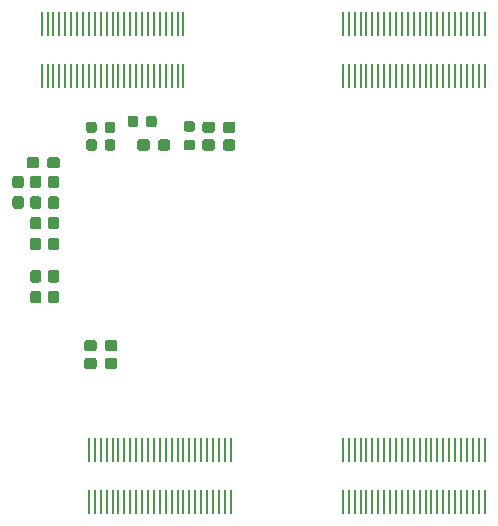
<source format=gbr>
G04 #@! TF.GenerationSoftware,KiCad,Pcbnew,(5.1.2-1)-1*
G04 #@! TF.CreationDate,2020-04-01T22:22:55+05:30*
G04 #@! TF.ProjectId,Alchitry_HDMI_Shield,416c6368-6974-4727-995f-48444d495f53,rev?*
G04 #@! TF.SameCoordinates,Original*
G04 #@! TF.FileFunction,Paste,Bot*
G04 #@! TF.FilePolarity,Positive*
%FSLAX46Y46*%
G04 Gerber Fmt 4.6, Leading zero omitted, Abs format (unit mm)*
G04 Created by KiCad (PCBNEW (5.1.2-1)-1) date 2020-04-01 22:22:55*
%MOMM*%
%LPD*%
G04 APERTURE LIST*
%ADD10R,0.250000X2.000000*%
%ADD11C,0.100000*%
%ADD12C,0.875000*%
%ADD13C,0.950000*%
G04 APERTURE END LIST*
D10*
X48500000Y-54700000D03*
X48000000Y-54700000D03*
X47500000Y-54700000D03*
X47000000Y-54700000D03*
X46500000Y-54700000D03*
X46000000Y-54700000D03*
X45500000Y-54700000D03*
X45000000Y-54700000D03*
X44500000Y-54700000D03*
X44000000Y-54700000D03*
X43500000Y-54700000D03*
X43000000Y-54700000D03*
X36500000Y-54700000D03*
X37000000Y-54700000D03*
X37500000Y-54700000D03*
X38000000Y-54700000D03*
X38500000Y-54700000D03*
X39000000Y-54700000D03*
X39500000Y-54700000D03*
X40000000Y-54700000D03*
X40500000Y-54700000D03*
X41000000Y-54700000D03*
X41500000Y-54700000D03*
X42000000Y-54700000D03*
X42500000Y-54700000D03*
X36500000Y-50300000D03*
X37000000Y-50300000D03*
X37500000Y-50300000D03*
X38000000Y-50300000D03*
X38500000Y-50300000D03*
X39000000Y-50300000D03*
X39500000Y-50300000D03*
X40000000Y-50300000D03*
X40500000Y-50300000D03*
X41000000Y-50300000D03*
X41500000Y-50300000D03*
X42000000Y-50300000D03*
X48500000Y-50300000D03*
X48000000Y-50300000D03*
X47500000Y-50300000D03*
X47000000Y-50300000D03*
X46500000Y-50300000D03*
X46000000Y-50300000D03*
X45500000Y-50300000D03*
X45000000Y-50300000D03*
X44500000Y-50300000D03*
X44000000Y-50300000D03*
X43500000Y-50300000D03*
X43000000Y-50300000D03*
X42500000Y-50300000D03*
X70000000Y-54700000D03*
X69500000Y-54700000D03*
X69000000Y-54700000D03*
X68500000Y-54700000D03*
X68000000Y-54700000D03*
X67500000Y-54700000D03*
X67000000Y-54700000D03*
X66500000Y-54700000D03*
X66000000Y-54700000D03*
X65500000Y-54700000D03*
X65000000Y-54700000D03*
X64500000Y-54700000D03*
X58000000Y-54700000D03*
X58500000Y-54700000D03*
X59000000Y-54700000D03*
X59500000Y-54700000D03*
X60000000Y-54700000D03*
X60500000Y-54700000D03*
X61000000Y-54700000D03*
X61500000Y-54700000D03*
X62000000Y-54700000D03*
X62500000Y-54700000D03*
X63000000Y-54700000D03*
X63500000Y-54700000D03*
X64000000Y-54700000D03*
X58000000Y-50300000D03*
X58500000Y-50300000D03*
X59000000Y-50300000D03*
X59500000Y-50300000D03*
X60000000Y-50300000D03*
X60500000Y-50300000D03*
X61000000Y-50300000D03*
X61500000Y-50300000D03*
X62000000Y-50300000D03*
X62500000Y-50300000D03*
X63000000Y-50300000D03*
X63500000Y-50300000D03*
X70000000Y-50300000D03*
X69500000Y-50300000D03*
X69000000Y-50300000D03*
X68500000Y-50300000D03*
X68000000Y-50300000D03*
X67500000Y-50300000D03*
X67000000Y-50300000D03*
X66500000Y-50300000D03*
X66000000Y-50300000D03*
X65500000Y-50300000D03*
X65000000Y-50300000D03*
X64500000Y-50300000D03*
X64000000Y-50300000D03*
X44500000Y-18700000D03*
X44000000Y-18700000D03*
X43500000Y-18700000D03*
X43000000Y-18700000D03*
X42500000Y-18700000D03*
X42000000Y-18700000D03*
X41500000Y-18700000D03*
X41000000Y-18700000D03*
X40500000Y-18700000D03*
X40000000Y-18700000D03*
X39500000Y-18700000D03*
X39000000Y-18700000D03*
X32500000Y-18700000D03*
X33000000Y-18700000D03*
X33500000Y-18700000D03*
X34000000Y-18700000D03*
X34500000Y-18700000D03*
X35000000Y-18700000D03*
X35500000Y-18700000D03*
X36000000Y-18700000D03*
X36500000Y-18700000D03*
X37000000Y-18700000D03*
X37500000Y-18700000D03*
X38000000Y-18700000D03*
X38500000Y-18700000D03*
X32500000Y-14300000D03*
X33000000Y-14300000D03*
X33500000Y-14300000D03*
X34000000Y-14300000D03*
X34500000Y-14300000D03*
X35000000Y-14300000D03*
X35500000Y-14300000D03*
X36000000Y-14300000D03*
X36500000Y-14300000D03*
X37000000Y-14300000D03*
X37500000Y-14300000D03*
X38000000Y-14300000D03*
X44500000Y-14300000D03*
X44000000Y-14300000D03*
X43500000Y-14300000D03*
X43000000Y-14300000D03*
X42500000Y-14300000D03*
X42000000Y-14300000D03*
X41500000Y-14300000D03*
X41000000Y-14300000D03*
X40500000Y-14300000D03*
X40000000Y-14300000D03*
X39500000Y-14300000D03*
X39000000Y-14300000D03*
X38500000Y-14300000D03*
X70000000Y-18700000D03*
X69500000Y-18700000D03*
X69000000Y-18700000D03*
X68500000Y-18700000D03*
X68000000Y-18700000D03*
X67500000Y-18700000D03*
X67000000Y-18700000D03*
X66500000Y-18700000D03*
X66000000Y-18700000D03*
X65500000Y-18700000D03*
X65000000Y-18700000D03*
X64500000Y-18700000D03*
X58000000Y-18700000D03*
X58500000Y-18700000D03*
X59000000Y-18700000D03*
X59500000Y-18700000D03*
X60000000Y-18700000D03*
X60500000Y-18700000D03*
X61000000Y-18700000D03*
X61500000Y-18700000D03*
X62000000Y-18700000D03*
X62500000Y-18700000D03*
X63000000Y-18700000D03*
X63500000Y-18700000D03*
X64000000Y-18700000D03*
X58000000Y-14300000D03*
X58500000Y-14300000D03*
X59000000Y-14300000D03*
X59500000Y-14300000D03*
X60000000Y-14300000D03*
X60500000Y-14300000D03*
X61000000Y-14300000D03*
X61500000Y-14300000D03*
X62000000Y-14300000D03*
X62500000Y-14300000D03*
X63000000Y-14300000D03*
X63500000Y-14300000D03*
X70000000Y-14300000D03*
X69500000Y-14300000D03*
X69000000Y-14300000D03*
X68500000Y-14300000D03*
X68000000Y-14300000D03*
X67500000Y-14300000D03*
X67000000Y-14300000D03*
X66500000Y-14300000D03*
X66000000Y-14300000D03*
X65500000Y-14300000D03*
X65000000Y-14300000D03*
X64500000Y-14300000D03*
X64000000Y-14300000D03*
D11*
G36*
X42027691Y-22026053D02*
G01*
X42048926Y-22029203D01*
X42069750Y-22034419D01*
X42089962Y-22041651D01*
X42109368Y-22050830D01*
X42127781Y-22061866D01*
X42145024Y-22074654D01*
X42160930Y-22089070D01*
X42175346Y-22104976D01*
X42188134Y-22122219D01*
X42199170Y-22140632D01*
X42208349Y-22160038D01*
X42215581Y-22180250D01*
X42220797Y-22201074D01*
X42223947Y-22222309D01*
X42225000Y-22243750D01*
X42225000Y-22756250D01*
X42223947Y-22777691D01*
X42220797Y-22798926D01*
X42215581Y-22819750D01*
X42208349Y-22839962D01*
X42199170Y-22859368D01*
X42188134Y-22877781D01*
X42175346Y-22895024D01*
X42160930Y-22910930D01*
X42145024Y-22925346D01*
X42127781Y-22938134D01*
X42109368Y-22949170D01*
X42089962Y-22958349D01*
X42069750Y-22965581D01*
X42048926Y-22970797D01*
X42027691Y-22973947D01*
X42006250Y-22975000D01*
X41568750Y-22975000D01*
X41547309Y-22973947D01*
X41526074Y-22970797D01*
X41505250Y-22965581D01*
X41485038Y-22958349D01*
X41465632Y-22949170D01*
X41447219Y-22938134D01*
X41429976Y-22925346D01*
X41414070Y-22910930D01*
X41399654Y-22895024D01*
X41386866Y-22877781D01*
X41375830Y-22859368D01*
X41366651Y-22839962D01*
X41359419Y-22819750D01*
X41354203Y-22798926D01*
X41351053Y-22777691D01*
X41350000Y-22756250D01*
X41350000Y-22243750D01*
X41351053Y-22222309D01*
X41354203Y-22201074D01*
X41359419Y-22180250D01*
X41366651Y-22160038D01*
X41375830Y-22140632D01*
X41386866Y-22122219D01*
X41399654Y-22104976D01*
X41414070Y-22089070D01*
X41429976Y-22074654D01*
X41447219Y-22061866D01*
X41465632Y-22050830D01*
X41485038Y-22041651D01*
X41505250Y-22034419D01*
X41526074Y-22029203D01*
X41547309Y-22026053D01*
X41568750Y-22025000D01*
X42006250Y-22025000D01*
X42027691Y-22026053D01*
X42027691Y-22026053D01*
G37*
D12*
X41787500Y-22500000D03*
D11*
G36*
X40452691Y-22026053D02*
G01*
X40473926Y-22029203D01*
X40494750Y-22034419D01*
X40514962Y-22041651D01*
X40534368Y-22050830D01*
X40552781Y-22061866D01*
X40570024Y-22074654D01*
X40585930Y-22089070D01*
X40600346Y-22104976D01*
X40613134Y-22122219D01*
X40624170Y-22140632D01*
X40633349Y-22160038D01*
X40640581Y-22180250D01*
X40645797Y-22201074D01*
X40648947Y-22222309D01*
X40650000Y-22243750D01*
X40650000Y-22756250D01*
X40648947Y-22777691D01*
X40645797Y-22798926D01*
X40640581Y-22819750D01*
X40633349Y-22839962D01*
X40624170Y-22859368D01*
X40613134Y-22877781D01*
X40600346Y-22895024D01*
X40585930Y-22910930D01*
X40570024Y-22925346D01*
X40552781Y-22938134D01*
X40534368Y-22949170D01*
X40514962Y-22958349D01*
X40494750Y-22965581D01*
X40473926Y-22970797D01*
X40452691Y-22973947D01*
X40431250Y-22975000D01*
X39993750Y-22975000D01*
X39972309Y-22973947D01*
X39951074Y-22970797D01*
X39930250Y-22965581D01*
X39910038Y-22958349D01*
X39890632Y-22949170D01*
X39872219Y-22938134D01*
X39854976Y-22925346D01*
X39839070Y-22910930D01*
X39824654Y-22895024D01*
X39811866Y-22877781D01*
X39800830Y-22859368D01*
X39791651Y-22839962D01*
X39784419Y-22819750D01*
X39779203Y-22798926D01*
X39776053Y-22777691D01*
X39775000Y-22756250D01*
X39775000Y-22243750D01*
X39776053Y-22222309D01*
X39779203Y-22201074D01*
X39784419Y-22180250D01*
X39791651Y-22160038D01*
X39800830Y-22140632D01*
X39811866Y-22122219D01*
X39824654Y-22104976D01*
X39839070Y-22089070D01*
X39854976Y-22074654D01*
X39872219Y-22061866D01*
X39890632Y-22050830D01*
X39910038Y-22041651D01*
X39930250Y-22034419D01*
X39951074Y-22029203D01*
X39972309Y-22026053D01*
X39993750Y-22025000D01*
X40431250Y-22025000D01*
X40452691Y-22026053D01*
X40452691Y-22026053D01*
G37*
D12*
X40212500Y-22500000D03*
D11*
G36*
X45277691Y-22488553D02*
G01*
X45298926Y-22491703D01*
X45319750Y-22496919D01*
X45339962Y-22504151D01*
X45359368Y-22513330D01*
X45377781Y-22524366D01*
X45395024Y-22537154D01*
X45410930Y-22551570D01*
X45425346Y-22567476D01*
X45438134Y-22584719D01*
X45449170Y-22603132D01*
X45458349Y-22622538D01*
X45465581Y-22642750D01*
X45470797Y-22663574D01*
X45473947Y-22684809D01*
X45475000Y-22706250D01*
X45475000Y-23143750D01*
X45473947Y-23165191D01*
X45470797Y-23186426D01*
X45465581Y-23207250D01*
X45458349Y-23227462D01*
X45449170Y-23246868D01*
X45438134Y-23265281D01*
X45425346Y-23282524D01*
X45410930Y-23298430D01*
X45395024Y-23312846D01*
X45377781Y-23325634D01*
X45359368Y-23336670D01*
X45339962Y-23345849D01*
X45319750Y-23353081D01*
X45298926Y-23358297D01*
X45277691Y-23361447D01*
X45256250Y-23362500D01*
X44743750Y-23362500D01*
X44722309Y-23361447D01*
X44701074Y-23358297D01*
X44680250Y-23353081D01*
X44660038Y-23345849D01*
X44640632Y-23336670D01*
X44622219Y-23325634D01*
X44604976Y-23312846D01*
X44589070Y-23298430D01*
X44574654Y-23282524D01*
X44561866Y-23265281D01*
X44550830Y-23246868D01*
X44541651Y-23227462D01*
X44534419Y-23207250D01*
X44529203Y-23186426D01*
X44526053Y-23165191D01*
X44525000Y-23143750D01*
X44525000Y-22706250D01*
X44526053Y-22684809D01*
X44529203Y-22663574D01*
X44534419Y-22642750D01*
X44541651Y-22622538D01*
X44550830Y-22603132D01*
X44561866Y-22584719D01*
X44574654Y-22567476D01*
X44589070Y-22551570D01*
X44604976Y-22537154D01*
X44622219Y-22524366D01*
X44640632Y-22513330D01*
X44660038Y-22504151D01*
X44680250Y-22496919D01*
X44701074Y-22491703D01*
X44722309Y-22488553D01*
X44743750Y-22487500D01*
X45256250Y-22487500D01*
X45277691Y-22488553D01*
X45277691Y-22488553D01*
G37*
D12*
X45000000Y-22925000D03*
D11*
G36*
X45277691Y-24063553D02*
G01*
X45298926Y-24066703D01*
X45319750Y-24071919D01*
X45339962Y-24079151D01*
X45359368Y-24088330D01*
X45377781Y-24099366D01*
X45395024Y-24112154D01*
X45410930Y-24126570D01*
X45425346Y-24142476D01*
X45438134Y-24159719D01*
X45449170Y-24178132D01*
X45458349Y-24197538D01*
X45465581Y-24217750D01*
X45470797Y-24238574D01*
X45473947Y-24259809D01*
X45475000Y-24281250D01*
X45475000Y-24718750D01*
X45473947Y-24740191D01*
X45470797Y-24761426D01*
X45465581Y-24782250D01*
X45458349Y-24802462D01*
X45449170Y-24821868D01*
X45438134Y-24840281D01*
X45425346Y-24857524D01*
X45410930Y-24873430D01*
X45395024Y-24887846D01*
X45377781Y-24900634D01*
X45359368Y-24911670D01*
X45339962Y-24920849D01*
X45319750Y-24928081D01*
X45298926Y-24933297D01*
X45277691Y-24936447D01*
X45256250Y-24937500D01*
X44743750Y-24937500D01*
X44722309Y-24936447D01*
X44701074Y-24933297D01*
X44680250Y-24928081D01*
X44660038Y-24920849D01*
X44640632Y-24911670D01*
X44622219Y-24900634D01*
X44604976Y-24887846D01*
X44589070Y-24873430D01*
X44574654Y-24857524D01*
X44561866Y-24840281D01*
X44550830Y-24821868D01*
X44541651Y-24802462D01*
X44534419Y-24782250D01*
X44529203Y-24761426D01*
X44526053Y-24740191D01*
X44525000Y-24718750D01*
X44525000Y-24281250D01*
X44526053Y-24259809D01*
X44529203Y-24238574D01*
X44534419Y-24217750D01*
X44541651Y-24197538D01*
X44550830Y-24178132D01*
X44561866Y-24159719D01*
X44574654Y-24142476D01*
X44589070Y-24126570D01*
X44604976Y-24112154D01*
X44622219Y-24099366D01*
X44640632Y-24088330D01*
X44660038Y-24079151D01*
X44680250Y-24071919D01*
X44701074Y-24066703D01*
X44722309Y-24063553D01*
X44743750Y-24062500D01*
X45256250Y-24062500D01*
X45277691Y-24063553D01*
X45277691Y-24063553D01*
G37*
D12*
X45000000Y-24500000D03*
D11*
G36*
X36952691Y-24026053D02*
G01*
X36973926Y-24029203D01*
X36994750Y-24034419D01*
X37014962Y-24041651D01*
X37034368Y-24050830D01*
X37052781Y-24061866D01*
X37070024Y-24074654D01*
X37085930Y-24089070D01*
X37100346Y-24104976D01*
X37113134Y-24122219D01*
X37124170Y-24140632D01*
X37133349Y-24160038D01*
X37140581Y-24180250D01*
X37145797Y-24201074D01*
X37148947Y-24222309D01*
X37150000Y-24243750D01*
X37150000Y-24756250D01*
X37148947Y-24777691D01*
X37145797Y-24798926D01*
X37140581Y-24819750D01*
X37133349Y-24839962D01*
X37124170Y-24859368D01*
X37113134Y-24877781D01*
X37100346Y-24895024D01*
X37085930Y-24910930D01*
X37070024Y-24925346D01*
X37052781Y-24938134D01*
X37034368Y-24949170D01*
X37014962Y-24958349D01*
X36994750Y-24965581D01*
X36973926Y-24970797D01*
X36952691Y-24973947D01*
X36931250Y-24975000D01*
X36493750Y-24975000D01*
X36472309Y-24973947D01*
X36451074Y-24970797D01*
X36430250Y-24965581D01*
X36410038Y-24958349D01*
X36390632Y-24949170D01*
X36372219Y-24938134D01*
X36354976Y-24925346D01*
X36339070Y-24910930D01*
X36324654Y-24895024D01*
X36311866Y-24877781D01*
X36300830Y-24859368D01*
X36291651Y-24839962D01*
X36284419Y-24819750D01*
X36279203Y-24798926D01*
X36276053Y-24777691D01*
X36275000Y-24756250D01*
X36275000Y-24243750D01*
X36276053Y-24222309D01*
X36279203Y-24201074D01*
X36284419Y-24180250D01*
X36291651Y-24160038D01*
X36300830Y-24140632D01*
X36311866Y-24122219D01*
X36324654Y-24104976D01*
X36339070Y-24089070D01*
X36354976Y-24074654D01*
X36372219Y-24061866D01*
X36390632Y-24050830D01*
X36410038Y-24041651D01*
X36430250Y-24034419D01*
X36451074Y-24029203D01*
X36472309Y-24026053D01*
X36493750Y-24025000D01*
X36931250Y-24025000D01*
X36952691Y-24026053D01*
X36952691Y-24026053D01*
G37*
D12*
X36712500Y-24500000D03*
D11*
G36*
X38527691Y-24026053D02*
G01*
X38548926Y-24029203D01*
X38569750Y-24034419D01*
X38589962Y-24041651D01*
X38609368Y-24050830D01*
X38627781Y-24061866D01*
X38645024Y-24074654D01*
X38660930Y-24089070D01*
X38675346Y-24104976D01*
X38688134Y-24122219D01*
X38699170Y-24140632D01*
X38708349Y-24160038D01*
X38715581Y-24180250D01*
X38720797Y-24201074D01*
X38723947Y-24222309D01*
X38725000Y-24243750D01*
X38725000Y-24756250D01*
X38723947Y-24777691D01*
X38720797Y-24798926D01*
X38715581Y-24819750D01*
X38708349Y-24839962D01*
X38699170Y-24859368D01*
X38688134Y-24877781D01*
X38675346Y-24895024D01*
X38660930Y-24910930D01*
X38645024Y-24925346D01*
X38627781Y-24938134D01*
X38609368Y-24949170D01*
X38589962Y-24958349D01*
X38569750Y-24965581D01*
X38548926Y-24970797D01*
X38527691Y-24973947D01*
X38506250Y-24975000D01*
X38068750Y-24975000D01*
X38047309Y-24973947D01*
X38026074Y-24970797D01*
X38005250Y-24965581D01*
X37985038Y-24958349D01*
X37965632Y-24949170D01*
X37947219Y-24938134D01*
X37929976Y-24925346D01*
X37914070Y-24910930D01*
X37899654Y-24895024D01*
X37886866Y-24877781D01*
X37875830Y-24859368D01*
X37866651Y-24839962D01*
X37859419Y-24819750D01*
X37854203Y-24798926D01*
X37851053Y-24777691D01*
X37850000Y-24756250D01*
X37850000Y-24243750D01*
X37851053Y-24222309D01*
X37854203Y-24201074D01*
X37859419Y-24180250D01*
X37866651Y-24160038D01*
X37875830Y-24140632D01*
X37886866Y-24122219D01*
X37899654Y-24104976D01*
X37914070Y-24089070D01*
X37929976Y-24074654D01*
X37947219Y-24061866D01*
X37965632Y-24050830D01*
X37985038Y-24041651D01*
X38005250Y-24034419D01*
X38026074Y-24029203D01*
X38047309Y-24026053D01*
X38068750Y-24025000D01*
X38506250Y-24025000D01*
X38527691Y-24026053D01*
X38527691Y-24026053D01*
G37*
D12*
X38287500Y-24500000D03*
D11*
G36*
X36952691Y-22526053D02*
G01*
X36973926Y-22529203D01*
X36994750Y-22534419D01*
X37014962Y-22541651D01*
X37034368Y-22550830D01*
X37052781Y-22561866D01*
X37070024Y-22574654D01*
X37085930Y-22589070D01*
X37100346Y-22604976D01*
X37113134Y-22622219D01*
X37124170Y-22640632D01*
X37133349Y-22660038D01*
X37140581Y-22680250D01*
X37145797Y-22701074D01*
X37148947Y-22722309D01*
X37150000Y-22743750D01*
X37150000Y-23256250D01*
X37148947Y-23277691D01*
X37145797Y-23298926D01*
X37140581Y-23319750D01*
X37133349Y-23339962D01*
X37124170Y-23359368D01*
X37113134Y-23377781D01*
X37100346Y-23395024D01*
X37085930Y-23410930D01*
X37070024Y-23425346D01*
X37052781Y-23438134D01*
X37034368Y-23449170D01*
X37014962Y-23458349D01*
X36994750Y-23465581D01*
X36973926Y-23470797D01*
X36952691Y-23473947D01*
X36931250Y-23475000D01*
X36493750Y-23475000D01*
X36472309Y-23473947D01*
X36451074Y-23470797D01*
X36430250Y-23465581D01*
X36410038Y-23458349D01*
X36390632Y-23449170D01*
X36372219Y-23438134D01*
X36354976Y-23425346D01*
X36339070Y-23410930D01*
X36324654Y-23395024D01*
X36311866Y-23377781D01*
X36300830Y-23359368D01*
X36291651Y-23339962D01*
X36284419Y-23319750D01*
X36279203Y-23298926D01*
X36276053Y-23277691D01*
X36275000Y-23256250D01*
X36275000Y-22743750D01*
X36276053Y-22722309D01*
X36279203Y-22701074D01*
X36284419Y-22680250D01*
X36291651Y-22660038D01*
X36300830Y-22640632D01*
X36311866Y-22622219D01*
X36324654Y-22604976D01*
X36339070Y-22589070D01*
X36354976Y-22574654D01*
X36372219Y-22561866D01*
X36390632Y-22550830D01*
X36410038Y-22541651D01*
X36430250Y-22534419D01*
X36451074Y-22529203D01*
X36472309Y-22526053D01*
X36493750Y-22525000D01*
X36931250Y-22525000D01*
X36952691Y-22526053D01*
X36952691Y-22526053D01*
G37*
D12*
X36712500Y-23000000D03*
D11*
G36*
X38527691Y-22526053D02*
G01*
X38548926Y-22529203D01*
X38569750Y-22534419D01*
X38589962Y-22541651D01*
X38609368Y-22550830D01*
X38627781Y-22561866D01*
X38645024Y-22574654D01*
X38660930Y-22589070D01*
X38675346Y-22604976D01*
X38688134Y-22622219D01*
X38699170Y-22640632D01*
X38708349Y-22660038D01*
X38715581Y-22680250D01*
X38720797Y-22701074D01*
X38723947Y-22722309D01*
X38725000Y-22743750D01*
X38725000Y-23256250D01*
X38723947Y-23277691D01*
X38720797Y-23298926D01*
X38715581Y-23319750D01*
X38708349Y-23339962D01*
X38699170Y-23359368D01*
X38688134Y-23377781D01*
X38675346Y-23395024D01*
X38660930Y-23410930D01*
X38645024Y-23425346D01*
X38627781Y-23438134D01*
X38609368Y-23449170D01*
X38589962Y-23458349D01*
X38569750Y-23465581D01*
X38548926Y-23470797D01*
X38527691Y-23473947D01*
X38506250Y-23475000D01*
X38068750Y-23475000D01*
X38047309Y-23473947D01*
X38026074Y-23470797D01*
X38005250Y-23465581D01*
X37985038Y-23458349D01*
X37965632Y-23449170D01*
X37947219Y-23438134D01*
X37929976Y-23425346D01*
X37914070Y-23410930D01*
X37899654Y-23395024D01*
X37886866Y-23377781D01*
X37875830Y-23359368D01*
X37866651Y-23339962D01*
X37859419Y-23319750D01*
X37854203Y-23298926D01*
X37851053Y-23277691D01*
X37850000Y-23256250D01*
X37850000Y-22743750D01*
X37851053Y-22722309D01*
X37854203Y-22701074D01*
X37859419Y-22680250D01*
X37866651Y-22660038D01*
X37875830Y-22640632D01*
X37886866Y-22622219D01*
X37899654Y-22604976D01*
X37914070Y-22589070D01*
X37929976Y-22574654D01*
X37947219Y-22561866D01*
X37965632Y-22550830D01*
X37985038Y-22541651D01*
X38005250Y-22534419D01*
X38026074Y-22529203D01*
X38047309Y-22526053D01*
X38068750Y-22525000D01*
X38506250Y-22525000D01*
X38527691Y-22526053D01*
X38527691Y-22526053D01*
G37*
D12*
X38287500Y-23000000D03*
D11*
G36*
X33810779Y-25526144D02*
G01*
X33833834Y-25529563D01*
X33856443Y-25535227D01*
X33878387Y-25543079D01*
X33899457Y-25553044D01*
X33919448Y-25565026D01*
X33938168Y-25578910D01*
X33955438Y-25594562D01*
X33971090Y-25611832D01*
X33984974Y-25630552D01*
X33996956Y-25650543D01*
X34006921Y-25671613D01*
X34014773Y-25693557D01*
X34020437Y-25716166D01*
X34023856Y-25739221D01*
X34025000Y-25762500D01*
X34025000Y-26237500D01*
X34023856Y-26260779D01*
X34020437Y-26283834D01*
X34014773Y-26306443D01*
X34006921Y-26328387D01*
X33996956Y-26349457D01*
X33984974Y-26369448D01*
X33971090Y-26388168D01*
X33955438Y-26405438D01*
X33938168Y-26421090D01*
X33919448Y-26434974D01*
X33899457Y-26446956D01*
X33878387Y-26456921D01*
X33856443Y-26464773D01*
X33833834Y-26470437D01*
X33810779Y-26473856D01*
X33787500Y-26475000D01*
X33212500Y-26475000D01*
X33189221Y-26473856D01*
X33166166Y-26470437D01*
X33143557Y-26464773D01*
X33121613Y-26456921D01*
X33100543Y-26446956D01*
X33080552Y-26434974D01*
X33061832Y-26421090D01*
X33044562Y-26405438D01*
X33028910Y-26388168D01*
X33015026Y-26369448D01*
X33003044Y-26349457D01*
X32993079Y-26328387D01*
X32985227Y-26306443D01*
X32979563Y-26283834D01*
X32976144Y-26260779D01*
X32975000Y-26237500D01*
X32975000Y-25762500D01*
X32976144Y-25739221D01*
X32979563Y-25716166D01*
X32985227Y-25693557D01*
X32993079Y-25671613D01*
X33003044Y-25650543D01*
X33015026Y-25630552D01*
X33028910Y-25611832D01*
X33044562Y-25594562D01*
X33061832Y-25578910D01*
X33080552Y-25565026D01*
X33100543Y-25553044D01*
X33121613Y-25543079D01*
X33143557Y-25535227D01*
X33166166Y-25529563D01*
X33189221Y-25526144D01*
X33212500Y-25525000D01*
X33787500Y-25525000D01*
X33810779Y-25526144D01*
X33810779Y-25526144D01*
G37*
D13*
X33500000Y-26000000D03*
D11*
G36*
X32060779Y-25526144D02*
G01*
X32083834Y-25529563D01*
X32106443Y-25535227D01*
X32128387Y-25543079D01*
X32149457Y-25553044D01*
X32169448Y-25565026D01*
X32188168Y-25578910D01*
X32205438Y-25594562D01*
X32221090Y-25611832D01*
X32234974Y-25630552D01*
X32246956Y-25650543D01*
X32256921Y-25671613D01*
X32264773Y-25693557D01*
X32270437Y-25716166D01*
X32273856Y-25739221D01*
X32275000Y-25762500D01*
X32275000Y-26237500D01*
X32273856Y-26260779D01*
X32270437Y-26283834D01*
X32264773Y-26306443D01*
X32256921Y-26328387D01*
X32246956Y-26349457D01*
X32234974Y-26369448D01*
X32221090Y-26388168D01*
X32205438Y-26405438D01*
X32188168Y-26421090D01*
X32169448Y-26434974D01*
X32149457Y-26446956D01*
X32128387Y-26456921D01*
X32106443Y-26464773D01*
X32083834Y-26470437D01*
X32060779Y-26473856D01*
X32037500Y-26475000D01*
X31462500Y-26475000D01*
X31439221Y-26473856D01*
X31416166Y-26470437D01*
X31393557Y-26464773D01*
X31371613Y-26456921D01*
X31350543Y-26446956D01*
X31330552Y-26434974D01*
X31311832Y-26421090D01*
X31294562Y-26405438D01*
X31278910Y-26388168D01*
X31265026Y-26369448D01*
X31253044Y-26349457D01*
X31243079Y-26328387D01*
X31235227Y-26306443D01*
X31229563Y-26283834D01*
X31226144Y-26260779D01*
X31225000Y-26237500D01*
X31225000Y-25762500D01*
X31226144Y-25739221D01*
X31229563Y-25716166D01*
X31235227Y-25693557D01*
X31243079Y-25671613D01*
X31253044Y-25650543D01*
X31265026Y-25630552D01*
X31278910Y-25611832D01*
X31294562Y-25594562D01*
X31311832Y-25578910D01*
X31330552Y-25565026D01*
X31350543Y-25553044D01*
X31371613Y-25543079D01*
X31393557Y-25535227D01*
X31416166Y-25529563D01*
X31439221Y-25526144D01*
X31462500Y-25525000D01*
X32037500Y-25525000D01*
X32060779Y-25526144D01*
X32060779Y-25526144D01*
G37*
D13*
X31750000Y-26000000D03*
D11*
G36*
X30760779Y-28851144D02*
G01*
X30783834Y-28854563D01*
X30806443Y-28860227D01*
X30828387Y-28868079D01*
X30849457Y-28878044D01*
X30869448Y-28890026D01*
X30888168Y-28903910D01*
X30905438Y-28919562D01*
X30921090Y-28936832D01*
X30934974Y-28955552D01*
X30946956Y-28975543D01*
X30956921Y-28996613D01*
X30964773Y-29018557D01*
X30970437Y-29041166D01*
X30973856Y-29064221D01*
X30975000Y-29087500D01*
X30975000Y-29662500D01*
X30973856Y-29685779D01*
X30970437Y-29708834D01*
X30964773Y-29731443D01*
X30956921Y-29753387D01*
X30946956Y-29774457D01*
X30934974Y-29794448D01*
X30921090Y-29813168D01*
X30905438Y-29830438D01*
X30888168Y-29846090D01*
X30869448Y-29859974D01*
X30849457Y-29871956D01*
X30828387Y-29881921D01*
X30806443Y-29889773D01*
X30783834Y-29895437D01*
X30760779Y-29898856D01*
X30737500Y-29900000D01*
X30262500Y-29900000D01*
X30239221Y-29898856D01*
X30216166Y-29895437D01*
X30193557Y-29889773D01*
X30171613Y-29881921D01*
X30150543Y-29871956D01*
X30130552Y-29859974D01*
X30111832Y-29846090D01*
X30094562Y-29830438D01*
X30078910Y-29813168D01*
X30065026Y-29794448D01*
X30053044Y-29774457D01*
X30043079Y-29753387D01*
X30035227Y-29731443D01*
X30029563Y-29708834D01*
X30026144Y-29685779D01*
X30025000Y-29662500D01*
X30025000Y-29087500D01*
X30026144Y-29064221D01*
X30029563Y-29041166D01*
X30035227Y-29018557D01*
X30043079Y-28996613D01*
X30053044Y-28975543D01*
X30065026Y-28955552D01*
X30078910Y-28936832D01*
X30094562Y-28919562D01*
X30111832Y-28903910D01*
X30130552Y-28890026D01*
X30150543Y-28878044D01*
X30171613Y-28868079D01*
X30193557Y-28860227D01*
X30216166Y-28854563D01*
X30239221Y-28851144D01*
X30262500Y-28850000D01*
X30737500Y-28850000D01*
X30760779Y-28851144D01*
X30760779Y-28851144D01*
G37*
D13*
X30500000Y-29375000D03*
D11*
G36*
X30760779Y-27101144D02*
G01*
X30783834Y-27104563D01*
X30806443Y-27110227D01*
X30828387Y-27118079D01*
X30849457Y-27128044D01*
X30869448Y-27140026D01*
X30888168Y-27153910D01*
X30905438Y-27169562D01*
X30921090Y-27186832D01*
X30934974Y-27205552D01*
X30946956Y-27225543D01*
X30956921Y-27246613D01*
X30964773Y-27268557D01*
X30970437Y-27291166D01*
X30973856Y-27314221D01*
X30975000Y-27337500D01*
X30975000Y-27912500D01*
X30973856Y-27935779D01*
X30970437Y-27958834D01*
X30964773Y-27981443D01*
X30956921Y-28003387D01*
X30946956Y-28024457D01*
X30934974Y-28044448D01*
X30921090Y-28063168D01*
X30905438Y-28080438D01*
X30888168Y-28096090D01*
X30869448Y-28109974D01*
X30849457Y-28121956D01*
X30828387Y-28131921D01*
X30806443Y-28139773D01*
X30783834Y-28145437D01*
X30760779Y-28148856D01*
X30737500Y-28150000D01*
X30262500Y-28150000D01*
X30239221Y-28148856D01*
X30216166Y-28145437D01*
X30193557Y-28139773D01*
X30171613Y-28131921D01*
X30150543Y-28121956D01*
X30130552Y-28109974D01*
X30111832Y-28096090D01*
X30094562Y-28080438D01*
X30078910Y-28063168D01*
X30065026Y-28044448D01*
X30053044Y-28024457D01*
X30043079Y-28003387D01*
X30035227Y-27981443D01*
X30029563Y-27958834D01*
X30026144Y-27935779D01*
X30025000Y-27912500D01*
X30025000Y-27337500D01*
X30026144Y-27314221D01*
X30029563Y-27291166D01*
X30035227Y-27268557D01*
X30043079Y-27246613D01*
X30053044Y-27225543D01*
X30065026Y-27205552D01*
X30078910Y-27186832D01*
X30094562Y-27169562D01*
X30111832Y-27153910D01*
X30130552Y-27140026D01*
X30150543Y-27128044D01*
X30171613Y-27118079D01*
X30193557Y-27110227D01*
X30216166Y-27104563D01*
X30239221Y-27101144D01*
X30262500Y-27100000D01*
X30737500Y-27100000D01*
X30760779Y-27101144D01*
X30760779Y-27101144D01*
G37*
D13*
X30500000Y-27625000D03*
D11*
G36*
X32260779Y-35101144D02*
G01*
X32283834Y-35104563D01*
X32306443Y-35110227D01*
X32328387Y-35118079D01*
X32349457Y-35128044D01*
X32369448Y-35140026D01*
X32388168Y-35153910D01*
X32405438Y-35169562D01*
X32421090Y-35186832D01*
X32434974Y-35205552D01*
X32446956Y-35225543D01*
X32456921Y-35246613D01*
X32464773Y-35268557D01*
X32470437Y-35291166D01*
X32473856Y-35314221D01*
X32475000Y-35337500D01*
X32475000Y-35912500D01*
X32473856Y-35935779D01*
X32470437Y-35958834D01*
X32464773Y-35981443D01*
X32456921Y-36003387D01*
X32446956Y-36024457D01*
X32434974Y-36044448D01*
X32421090Y-36063168D01*
X32405438Y-36080438D01*
X32388168Y-36096090D01*
X32369448Y-36109974D01*
X32349457Y-36121956D01*
X32328387Y-36131921D01*
X32306443Y-36139773D01*
X32283834Y-36145437D01*
X32260779Y-36148856D01*
X32237500Y-36150000D01*
X31762500Y-36150000D01*
X31739221Y-36148856D01*
X31716166Y-36145437D01*
X31693557Y-36139773D01*
X31671613Y-36131921D01*
X31650543Y-36121956D01*
X31630552Y-36109974D01*
X31611832Y-36096090D01*
X31594562Y-36080438D01*
X31578910Y-36063168D01*
X31565026Y-36044448D01*
X31553044Y-36024457D01*
X31543079Y-36003387D01*
X31535227Y-35981443D01*
X31529563Y-35958834D01*
X31526144Y-35935779D01*
X31525000Y-35912500D01*
X31525000Y-35337500D01*
X31526144Y-35314221D01*
X31529563Y-35291166D01*
X31535227Y-35268557D01*
X31543079Y-35246613D01*
X31553044Y-35225543D01*
X31565026Y-35205552D01*
X31578910Y-35186832D01*
X31594562Y-35169562D01*
X31611832Y-35153910D01*
X31630552Y-35140026D01*
X31650543Y-35128044D01*
X31671613Y-35118079D01*
X31693557Y-35110227D01*
X31716166Y-35104563D01*
X31739221Y-35101144D01*
X31762500Y-35100000D01*
X32237500Y-35100000D01*
X32260779Y-35101144D01*
X32260779Y-35101144D01*
G37*
D13*
X32000000Y-35625000D03*
D11*
G36*
X32260779Y-36851144D02*
G01*
X32283834Y-36854563D01*
X32306443Y-36860227D01*
X32328387Y-36868079D01*
X32349457Y-36878044D01*
X32369448Y-36890026D01*
X32388168Y-36903910D01*
X32405438Y-36919562D01*
X32421090Y-36936832D01*
X32434974Y-36955552D01*
X32446956Y-36975543D01*
X32456921Y-36996613D01*
X32464773Y-37018557D01*
X32470437Y-37041166D01*
X32473856Y-37064221D01*
X32475000Y-37087500D01*
X32475000Y-37662500D01*
X32473856Y-37685779D01*
X32470437Y-37708834D01*
X32464773Y-37731443D01*
X32456921Y-37753387D01*
X32446956Y-37774457D01*
X32434974Y-37794448D01*
X32421090Y-37813168D01*
X32405438Y-37830438D01*
X32388168Y-37846090D01*
X32369448Y-37859974D01*
X32349457Y-37871956D01*
X32328387Y-37881921D01*
X32306443Y-37889773D01*
X32283834Y-37895437D01*
X32260779Y-37898856D01*
X32237500Y-37900000D01*
X31762500Y-37900000D01*
X31739221Y-37898856D01*
X31716166Y-37895437D01*
X31693557Y-37889773D01*
X31671613Y-37881921D01*
X31650543Y-37871956D01*
X31630552Y-37859974D01*
X31611832Y-37846090D01*
X31594562Y-37830438D01*
X31578910Y-37813168D01*
X31565026Y-37794448D01*
X31553044Y-37774457D01*
X31543079Y-37753387D01*
X31535227Y-37731443D01*
X31529563Y-37708834D01*
X31526144Y-37685779D01*
X31525000Y-37662500D01*
X31525000Y-37087500D01*
X31526144Y-37064221D01*
X31529563Y-37041166D01*
X31535227Y-37018557D01*
X31543079Y-36996613D01*
X31553044Y-36975543D01*
X31565026Y-36955552D01*
X31578910Y-36936832D01*
X31594562Y-36919562D01*
X31611832Y-36903910D01*
X31630552Y-36890026D01*
X31650543Y-36878044D01*
X31671613Y-36868079D01*
X31693557Y-36860227D01*
X31716166Y-36854563D01*
X31739221Y-36851144D01*
X31762500Y-36850000D01*
X32237500Y-36850000D01*
X32260779Y-36851144D01*
X32260779Y-36851144D01*
G37*
D13*
X32000000Y-37375000D03*
D11*
G36*
X38685779Y-42526144D02*
G01*
X38708834Y-42529563D01*
X38731443Y-42535227D01*
X38753387Y-42543079D01*
X38774457Y-42553044D01*
X38794448Y-42565026D01*
X38813168Y-42578910D01*
X38830438Y-42594562D01*
X38846090Y-42611832D01*
X38859974Y-42630552D01*
X38871956Y-42650543D01*
X38881921Y-42671613D01*
X38889773Y-42693557D01*
X38895437Y-42716166D01*
X38898856Y-42739221D01*
X38900000Y-42762500D01*
X38900000Y-43237500D01*
X38898856Y-43260779D01*
X38895437Y-43283834D01*
X38889773Y-43306443D01*
X38881921Y-43328387D01*
X38871956Y-43349457D01*
X38859974Y-43369448D01*
X38846090Y-43388168D01*
X38830438Y-43405438D01*
X38813168Y-43421090D01*
X38794448Y-43434974D01*
X38774457Y-43446956D01*
X38753387Y-43456921D01*
X38731443Y-43464773D01*
X38708834Y-43470437D01*
X38685779Y-43473856D01*
X38662500Y-43475000D01*
X38087500Y-43475000D01*
X38064221Y-43473856D01*
X38041166Y-43470437D01*
X38018557Y-43464773D01*
X37996613Y-43456921D01*
X37975543Y-43446956D01*
X37955552Y-43434974D01*
X37936832Y-43421090D01*
X37919562Y-43405438D01*
X37903910Y-43388168D01*
X37890026Y-43369448D01*
X37878044Y-43349457D01*
X37868079Y-43328387D01*
X37860227Y-43306443D01*
X37854563Y-43283834D01*
X37851144Y-43260779D01*
X37850000Y-43237500D01*
X37850000Y-42762500D01*
X37851144Y-42739221D01*
X37854563Y-42716166D01*
X37860227Y-42693557D01*
X37868079Y-42671613D01*
X37878044Y-42650543D01*
X37890026Y-42630552D01*
X37903910Y-42611832D01*
X37919562Y-42594562D01*
X37936832Y-42578910D01*
X37955552Y-42565026D01*
X37975543Y-42553044D01*
X37996613Y-42543079D01*
X38018557Y-42535227D01*
X38041166Y-42529563D01*
X38064221Y-42526144D01*
X38087500Y-42525000D01*
X38662500Y-42525000D01*
X38685779Y-42526144D01*
X38685779Y-42526144D01*
G37*
D13*
X38375000Y-43000000D03*
D11*
G36*
X36935779Y-42526144D02*
G01*
X36958834Y-42529563D01*
X36981443Y-42535227D01*
X37003387Y-42543079D01*
X37024457Y-42553044D01*
X37044448Y-42565026D01*
X37063168Y-42578910D01*
X37080438Y-42594562D01*
X37096090Y-42611832D01*
X37109974Y-42630552D01*
X37121956Y-42650543D01*
X37131921Y-42671613D01*
X37139773Y-42693557D01*
X37145437Y-42716166D01*
X37148856Y-42739221D01*
X37150000Y-42762500D01*
X37150000Y-43237500D01*
X37148856Y-43260779D01*
X37145437Y-43283834D01*
X37139773Y-43306443D01*
X37131921Y-43328387D01*
X37121956Y-43349457D01*
X37109974Y-43369448D01*
X37096090Y-43388168D01*
X37080438Y-43405438D01*
X37063168Y-43421090D01*
X37044448Y-43434974D01*
X37024457Y-43446956D01*
X37003387Y-43456921D01*
X36981443Y-43464773D01*
X36958834Y-43470437D01*
X36935779Y-43473856D01*
X36912500Y-43475000D01*
X36337500Y-43475000D01*
X36314221Y-43473856D01*
X36291166Y-43470437D01*
X36268557Y-43464773D01*
X36246613Y-43456921D01*
X36225543Y-43446956D01*
X36205552Y-43434974D01*
X36186832Y-43421090D01*
X36169562Y-43405438D01*
X36153910Y-43388168D01*
X36140026Y-43369448D01*
X36128044Y-43349457D01*
X36118079Y-43328387D01*
X36110227Y-43306443D01*
X36104563Y-43283834D01*
X36101144Y-43260779D01*
X36100000Y-43237500D01*
X36100000Y-42762500D01*
X36101144Y-42739221D01*
X36104563Y-42716166D01*
X36110227Y-42693557D01*
X36118079Y-42671613D01*
X36128044Y-42650543D01*
X36140026Y-42630552D01*
X36153910Y-42611832D01*
X36169562Y-42594562D01*
X36186832Y-42578910D01*
X36205552Y-42565026D01*
X36225543Y-42553044D01*
X36246613Y-42543079D01*
X36268557Y-42535227D01*
X36291166Y-42529563D01*
X36314221Y-42526144D01*
X36337500Y-42525000D01*
X36912500Y-42525000D01*
X36935779Y-42526144D01*
X36935779Y-42526144D01*
G37*
D13*
X36625000Y-43000000D03*
D11*
G36*
X32260779Y-27101144D02*
G01*
X32283834Y-27104563D01*
X32306443Y-27110227D01*
X32328387Y-27118079D01*
X32349457Y-27128044D01*
X32369448Y-27140026D01*
X32388168Y-27153910D01*
X32405438Y-27169562D01*
X32421090Y-27186832D01*
X32434974Y-27205552D01*
X32446956Y-27225543D01*
X32456921Y-27246613D01*
X32464773Y-27268557D01*
X32470437Y-27291166D01*
X32473856Y-27314221D01*
X32475000Y-27337500D01*
X32475000Y-27912500D01*
X32473856Y-27935779D01*
X32470437Y-27958834D01*
X32464773Y-27981443D01*
X32456921Y-28003387D01*
X32446956Y-28024457D01*
X32434974Y-28044448D01*
X32421090Y-28063168D01*
X32405438Y-28080438D01*
X32388168Y-28096090D01*
X32369448Y-28109974D01*
X32349457Y-28121956D01*
X32328387Y-28131921D01*
X32306443Y-28139773D01*
X32283834Y-28145437D01*
X32260779Y-28148856D01*
X32237500Y-28150000D01*
X31762500Y-28150000D01*
X31739221Y-28148856D01*
X31716166Y-28145437D01*
X31693557Y-28139773D01*
X31671613Y-28131921D01*
X31650543Y-28121956D01*
X31630552Y-28109974D01*
X31611832Y-28096090D01*
X31594562Y-28080438D01*
X31578910Y-28063168D01*
X31565026Y-28044448D01*
X31553044Y-28024457D01*
X31543079Y-28003387D01*
X31535227Y-27981443D01*
X31529563Y-27958834D01*
X31526144Y-27935779D01*
X31525000Y-27912500D01*
X31525000Y-27337500D01*
X31526144Y-27314221D01*
X31529563Y-27291166D01*
X31535227Y-27268557D01*
X31543079Y-27246613D01*
X31553044Y-27225543D01*
X31565026Y-27205552D01*
X31578910Y-27186832D01*
X31594562Y-27169562D01*
X31611832Y-27153910D01*
X31630552Y-27140026D01*
X31650543Y-27128044D01*
X31671613Y-27118079D01*
X31693557Y-27110227D01*
X31716166Y-27104563D01*
X31739221Y-27101144D01*
X31762500Y-27100000D01*
X32237500Y-27100000D01*
X32260779Y-27101144D01*
X32260779Y-27101144D01*
G37*
D13*
X32000000Y-27625000D03*
D11*
G36*
X32260779Y-28851144D02*
G01*
X32283834Y-28854563D01*
X32306443Y-28860227D01*
X32328387Y-28868079D01*
X32349457Y-28878044D01*
X32369448Y-28890026D01*
X32388168Y-28903910D01*
X32405438Y-28919562D01*
X32421090Y-28936832D01*
X32434974Y-28955552D01*
X32446956Y-28975543D01*
X32456921Y-28996613D01*
X32464773Y-29018557D01*
X32470437Y-29041166D01*
X32473856Y-29064221D01*
X32475000Y-29087500D01*
X32475000Y-29662500D01*
X32473856Y-29685779D01*
X32470437Y-29708834D01*
X32464773Y-29731443D01*
X32456921Y-29753387D01*
X32446956Y-29774457D01*
X32434974Y-29794448D01*
X32421090Y-29813168D01*
X32405438Y-29830438D01*
X32388168Y-29846090D01*
X32369448Y-29859974D01*
X32349457Y-29871956D01*
X32328387Y-29881921D01*
X32306443Y-29889773D01*
X32283834Y-29895437D01*
X32260779Y-29898856D01*
X32237500Y-29900000D01*
X31762500Y-29900000D01*
X31739221Y-29898856D01*
X31716166Y-29895437D01*
X31693557Y-29889773D01*
X31671613Y-29881921D01*
X31650543Y-29871956D01*
X31630552Y-29859974D01*
X31611832Y-29846090D01*
X31594562Y-29830438D01*
X31578910Y-29813168D01*
X31565026Y-29794448D01*
X31553044Y-29774457D01*
X31543079Y-29753387D01*
X31535227Y-29731443D01*
X31529563Y-29708834D01*
X31526144Y-29685779D01*
X31525000Y-29662500D01*
X31525000Y-29087500D01*
X31526144Y-29064221D01*
X31529563Y-29041166D01*
X31535227Y-29018557D01*
X31543079Y-28996613D01*
X31553044Y-28975543D01*
X31565026Y-28955552D01*
X31578910Y-28936832D01*
X31594562Y-28919562D01*
X31611832Y-28903910D01*
X31630552Y-28890026D01*
X31650543Y-28878044D01*
X31671613Y-28868079D01*
X31693557Y-28860227D01*
X31716166Y-28854563D01*
X31739221Y-28851144D01*
X31762500Y-28850000D01*
X32237500Y-28850000D01*
X32260779Y-28851144D01*
X32260779Y-28851144D01*
G37*
D13*
X32000000Y-29375000D03*
D11*
G36*
X33760779Y-27101144D02*
G01*
X33783834Y-27104563D01*
X33806443Y-27110227D01*
X33828387Y-27118079D01*
X33849457Y-27128044D01*
X33869448Y-27140026D01*
X33888168Y-27153910D01*
X33905438Y-27169562D01*
X33921090Y-27186832D01*
X33934974Y-27205552D01*
X33946956Y-27225543D01*
X33956921Y-27246613D01*
X33964773Y-27268557D01*
X33970437Y-27291166D01*
X33973856Y-27314221D01*
X33975000Y-27337500D01*
X33975000Y-27912500D01*
X33973856Y-27935779D01*
X33970437Y-27958834D01*
X33964773Y-27981443D01*
X33956921Y-28003387D01*
X33946956Y-28024457D01*
X33934974Y-28044448D01*
X33921090Y-28063168D01*
X33905438Y-28080438D01*
X33888168Y-28096090D01*
X33869448Y-28109974D01*
X33849457Y-28121956D01*
X33828387Y-28131921D01*
X33806443Y-28139773D01*
X33783834Y-28145437D01*
X33760779Y-28148856D01*
X33737500Y-28150000D01*
X33262500Y-28150000D01*
X33239221Y-28148856D01*
X33216166Y-28145437D01*
X33193557Y-28139773D01*
X33171613Y-28131921D01*
X33150543Y-28121956D01*
X33130552Y-28109974D01*
X33111832Y-28096090D01*
X33094562Y-28080438D01*
X33078910Y-28063168D01*
X33065026Y-28044448D01*
X33053044Y-28024457D01*
X33043079Y-28003387D01*
X33035227Y-27981443D01*
X33029563Y-27958834D01*
X33026144Y-27935779D01*
X33025000Y-27912500D01*
X33025000Y-27337500D01*
X33026144Y-27314221D01*
X33029563Y-27291166D01*
X33035227Y-27268557D01*
X33043079Y-27246613D01*
X33053044Y-27225543D01*
X33065026Y-27205552D01*
X33078910Y-27186832D01*
X33094562Y-27169562D01*
X33111832Y-27153910D01*
X33130552Y-27140026D01*
X33150543Y-27128044D01*
X33171613Y-27118079D01*
X33193557Y-27110227D01*
X33216166Y-27104563D01*
X33239221Y-27101144D01*
X33262500Y-27100000D01*
X33737500Y-27100000D01*
X33760779Y-27101144D01*
X33760779Y-27101144D01*
G37*
D13*
X33500000Y-27625000D03*
D11*
G36*
X33760779Y-28851144D02*
G01*
X33783834Y-28854563D01*
X33806443Y-28860227D01*
X33828387Y-28868079D01*
X33849457Y-28878044D01*
X33869448Y-28890026D01*
X33888168Y-28903910D01*
X33905438Y-28919562D01*
X33921090Y-28936832D01*
X33934974Y-28955552D01*
X33946956Y-28975543D01*
X33956921Y-28996613D01*
X33964773Y-29018557D01*
X33970437Y-29041166D01*
X33973856Y-29064221D01*
X33975000Y-29087500D01*
X33975000Y-29662500D01*
X33973856Y-29685779D01*
X33970437Y-29708834D01*
X33964773Y-29731443D01*
X33956921Y-29753387D01*
X33946956Y-29774457D01*
X33934974Y-29794448D01*
X33921090Y-29813168D01*
X33905438Y-29830438D01*
X33888168Y-29846090D01*
X33869448Y-29859974D01*
X33849457Y-29871956D01*
X33828387Y-29881921D01*
X33806443Y-29889773D01*
X33783834Y-29895437D01*
X33760779Y-29898856D01*
X33737500Y-29900000D01*
X33262500Y-29900000D01*
X33239221Y-29898856D01*
X33216166Y-29895437D01*
X33193557Y-29889773D01*
X33171613Y-29881921D01*
X33150543Y-29871956D01*
X33130552Y-29859974D01*
X33111832Y-29846090D01*
X33094562Y-29830438D01*
X33078910Y-29813168D01*
X33065026Y-29794448D01*
X33053044Y-29774457D01*
X33043079Y-29753387D01*
X33035227Y-29731443D01*
X33029563Y-29708834D01*
X33026144Y-29685779D01*
X33025000Y-29662500D01*
X33025000Y-29087500D01*
X33026144Y-29064221D01*
X33029563Y-29041166D01*
X33035227Y-29018557D01*
X33043079Y-28996613D01*
X33053044Y-28975543D01*
X33065026Y-28955552D01*
X33078910Y-28936832D01*
X33094562Y-28919562D01*
X33111832Y-28903910D01*
X33130552Y-28890026D01*
X33150543Y-28878044D01*
X33171613Y-28868079D01*
X33193557Y-28860227D01*
X33216166Y-28854563D01*
X33239221Y-28851144D01*
X33262500Y-28850000D01*
X33737500Y-28850000D01*
X33760779Y-28851144D01*
X33760779Y-28851144D01*
G37*
D13*
X33500000Y-29375000D03*
D11*
G36*
X33760779Y-30601144D02*
G01*
X33783834Y-30604563D01*
X33806443Y-30610227D01*
X33828387Y-30618079D01*
X33849457Y-30628044D01*
X33869448Y-30640026D01*
X33888168Y-30653910D01*
X33905438Y-30669562D01*
X33921090Y-30686832D01*
X33934974Y-30705552D01*
X33946956Y-30725543D01*
X33956921Y-30746613D01*
X33964773Y-30768557D01*
X33970437Y-30791166D01*
X33973856Y-30814221D01*
X33975000Y-30837500D01*
X33975000Y-31412500D01*
X33973856Y-31435779D01*
X33970437Y-31458834D01*
X33964773Y-31481443D01*
X33956921Y-31503387D01*
X33946956Y-31524457D01*
X33934974Y-31544448D01*
X33921090Y-31563168D01*
X33905438Y-31580438D01*
X33888168Y-31596090D01*
X33869448Y-31609974D01*
X33849457Y-31621956D01*
X33828387Y-31631921D01*
X33806443Y-31639773D01*
X33783834Y-31645437D01*
X33760779Y-31648856D01*
X33737500Y-31650000D01*
X33262500Y-31650000D01*
X33239221Y-31648856D01*
X33216166Y-31645437D01*
X33193557Y-31639773D01*
X33171613Y-31631921D01*
X33150543Y-31621956D01*
X33130552Y-31609974D01*
X33111832Y-31596090D01*
X33094562Y-31580438D01*
X33078910Y-31563168D01*
X33065026Y-31544448D01*
X33053044Y-31524457D01*
X33043079Y-31503387D01*
X33035227Y-31481443D01*
X33029563Y-31458834D01*
X33026144Y-31435779D01*
X33025000Y-31412500D01*
X33025000Y-30837500D01*
X33026144Y-30814221D01*
X33029563Y-30791166D01*
X33035227Y-30768557D01*
X33043079Y-30746613D01*
X33053044Y-30725543D01*
X33065026Y-30705552D01*
X33078910Y-30686832D01*
X33094562Y-30669562D01*
X33111832Y-30653910D01*
X33130552Y-30640026D01*
X33150543Y-30628044D01*
X33171613Y-30618079D01*
X33193557Y-30610227D01*
X33216166Y-30604563D01*
X33239221Y-30601144D01*
X33262500Y-30600000D01*
X33737500Y-30600000D01*
X33760779Y-30601144D01*
X33760779Y-30601144D01*
G37*
D13*
X33500000Y-31125000D03*
D11*
G36*
X33760779Y-32351144D02*
G01*
X33783834Y-32354563D01*
X33806443Y-32360227D01*
X33828387Y-32368079D01*
X33849457Y-32378044D01*
X33869448Y-32390026D01*
X33888168Y-32403910D01*
X33905438Y-32419562D01*
X33921090Y-32436832D01*
X33934974Y-32455552D01*
X33946956Y-32475543D01*
X33956921Y-32496613D01*
X33964773Y-32518557D01*
X33970437Y-32541166D01*
X33973856Y-32564221D01*
X33975000Y-32587500D01*
X33975000Y-33162500D01*
X33973856Y-33185779D01*
X33970437Y-33208834D01*
X33964773Y-33231443D01*
X33956921Y-33253387D01*
X33946956Y-33274457D01*
X33934974Y-33294448D01*
X33921090Y-33313168D01*
X33905438Y-33330438D01*
X33888168Y-33346090D01*
X33869448Y-33359974D01*
X33849457Y-33371956D01*
X33828387Y-33381921D01*
X33806443Y-33389773D01*
X33783834Y-33395437D01*
X33760779Y-33398856D01*
X33737500Y-33400000D01*
X33262500Y-33400000D01*
X33239221Y-33398856D01*
X33216166Y-33395437D01*
X33193557Y-33389773D01*
X33171613Y-33381921D01*
X33150543Y-33371956D01*
X33130552Y-33359974D01*
X33111832Y-33346090D01*
X33094562Y-33330438D01*
X33078910Y-33313168D01*
X33065026Y-33294448D01*
X33053044Y-33274457D01*
X33043079Y-33253387D01*
X33035227Y-33231443D01*
X33029563Y-33208834D01*
X33026144Y-33185779D01*
X33025000Y-33162500D01*
X33025000Y-32587500D01*
X33026144Y-32564221D01*
X33029563Y-32541166D01*
X33035227Y-32518557D01*
X33043079Y-32496613D01*
X33053044Y-32475543D01*
X33065026Y-32455552D01*
X33078910Y-32436832D01*
X33094562Y-32419562D01*
X33111832Y-32403910D01*
X33130552Y-32390026D01*
X33150543Y-32378044D01*
X33171613Y-32368079D01*
X33193557Y-32360227D01*
X33216166Y-32354563D01*
X33239221Y-32351144D01*
X33262500Y-32350000D01*
X33737500Y-32350000D01*
X33760779Y-32351144D01*
X33760779Y-32351144D01*
G37*
D13*
X33500000Y-32875000D03*
D11*
G36*
X32260779Y-30601144D02*
G01*
X32283834Y-30604563D01*
X32306443Y-30610227D01*
X32328387Y-30618079D01*
X32349457Y-30628044D01*
X32369448Y-30640026D01*
X32388168Y-30653910D01*
X32405438Y-30669562D01*
X32421090Y-30686832D01*
X32434974Y-30705552D01*
X32446956Y-30725543D01*
X32456921Y-30746613D01*
X32464773Y-30768557D01*
X32470437Y-30791166D01*
X32473856Y-30814221D01*
X32475000Y-30837500D01*
X32475000Y-31412500D01*
X32473856Y-31435779D01*
X32470437Y-31458834D01*
X32464773Y-31481443D01*
X32456921Y-31503387D01*
X32446956Y-31524457D01*
X32434974Y-31544448D01*
X32421090Y-31563168D01*
X32405438Y-31580438D01*
X32388168Y-31596090D01*
X32369448Y-31609974D01*
X32349457Y-31621956D01*
X32328387Y-31631921D01*
X32306443Y-31639773D01*
X32283834Y-31645437D01*
X32260779Y-31648856D01*
X32237500Y-31650000D01*
X31762500Y-31650000D01*
X31739221Y-31648856D01*
X31716166Y-31645437D01*
X31693557Y-31639773D01*
X31671613Y-31631921D01*
X31650543Y-31621956D01*
X31630552Y-31609974D01*
X31611832Y-31596090D01*
X31594562Y-31580438D01*
X31578910Y-31563168D01*
X31565026Y-31544448D01*
X31553044Y-31524457D01*
X31543079Y-31503387D01*
X31535227Y-31481443D01*
X31529563Y-31458834D01*
X31526144Y-31435779D01*
X31525000Y-31412500D01*
X31525000Y-30837500D01*
X31526144Y-30814221D01*
X31529563Y-30791166D01*
X31535227Y-30768557D01*
X31543079Y-30746613D01*
X31553044Y-30725543D01*
X31565026Y-30705552D01*
X31578910Y-30686832D01*
X31594562Y-30669562D01*
X31611832Y-30653910D01*
X31630552Y-30640026D01*
X31650543Y-30628044D01*
X31671613Y-30618079D01*
X31693557Y-30610227D01*
X31716166Y-30604563D01*
X31739221Y-30601144D01*
X31762500Y-30600000D01*
X32237500Y-30600000D01*
X32260779Y-30601144D01*
X32260779Y-30601144D01*
G37*
D13*
X32000000Y-31125000D03*
D11*
G36*
X32260779Y-32351144D02*
G01*
X32283834Y-32354563D01*
X32306443Y-32360227D01*
X32328387Y-32368079D01*
X32349457Y-32378044D01*
X32369448Y-32390026D01*
X32388168Y-32403910D01*
X32405438Y-32419562D01*
X32421090Y-32436832D01*
X32434974Y-32455552D01*
X32446956Y-32475543D01*
X32456921Y-32496613D01*
X32464773Y-32518557D01*
X32470437Y-32541166D01*
X32473856Y-32564221D01*
X32475000Y-32587500D01*
X32475000Y-33162500D01*
X32473856Y-33185779D01*
X32470437Y-33208834D01*
X32464773Y-33231443D01*
X32456921Y-33253387D01*
X32446956Y-33274457D01*
X32434974Y-33294448D01*
X32421090Y-33313168D01*
X32405438Y-33330438D01*
X32388168Y-33346090D01*
X32369448Y-33359974D01*
X32349457Y-33371956D01*
X32328387Y-33381921D01*
X32306443Y-33389773D01*
X32283834Y-33395437D01*
X32260779Y-33398856D01*
X32237500Y-33400000D01*
X31762500Y-33400000D01*
X31739221Y-33398856D01*
X31716166Y-33395437D01*
X31693557Y-33389773D01*
X31671613Y-33381921D01*
X31650543Y-33371956D01*
X31630552Y-33359974D01*
X31611832Y-33346090D01*
X31594562Y-33330438D01*
X31578910Y-33313168D01*
X31565026Y-33294448D01*
X31553044Y-33274457D01*
X31543079Y-33253387D01*
X31535227Y-33231443D01*
X31529563Y-33208834D01*
X31526144Y-33185779D01*
X31525000Y-33162500D01*
X31525000Y-32587500D01*
X31526144Y-32564221D01*
X31529563Y-32541166D01*
X31535227Y-32518557D01*
X31543079Y-32496613D01*
X31553044Y-32475543D01*
X31565026Y-32455552D01*
X31578910Y-32436832D01*
X31594562Y-32419562D01*
X31611832Y-32403910D01*
X31630552Y-32390026D01*
X31650543Y-32378044D01*
X31671613Y-32368079D01*
X31693557Y-32360227D01*
X31716166Y-32354563D01*
X31739221Y-32351144D01*
X31762500Y-32350000D01*
X32237500Y-32350000D01*
X32260779Y-32351144D01*
X32260779Y-32351144D01*
G37*
D13*
X32000000Y-32875000D03*
D11*
G36*
X33760779Y-36851144D02*
G01*
X33783834Y-36854563D01*
X33806443Y-36860227D01*
X33828387Y-36868079D01*
X33849457Y-36878044D01*
X33869448Y-36890026D01*
X33888168Y-36903910D01*
X33905438Y-36919562D01*
X33921090Y-36936832D01*
X33934974Y-36955552D01*
X33946956Y-36975543D01*
X33956921Y-36996613D01*
X33964773Y-37018557D01*
X33970437Y-37041166D01*
X33973856Y-37064221D01*
X33975000Y-37087500D01*
X33975000Y-37662500D01*
X33973856Y-37685779D01*
X33970437Y-37708834D01*
X33964773Y-37731443D01*
X33956921Y-37753387D01*
X33946956Y-37774457D01*
X33934974Y-37794448D01*
X33921090Y-37813168D01*
X33905438Y-37830438D01*
X33888168Y-37846090D01*
X33869448Y-37859974D01*
X33849457Y-37871956D01*
X33828387Y-37881921D01*
X33806443Y-37889773D01*
X33783834Y-37895437D01*
X33760779Y-37898856D01*
X33737500Y-37900000D01*
X33262500Y-37900000D01*
X33239221Y-37898856D01*
X33216166Y-37895437D01*
X33193557Y-37889773D01*
X33171613Y-37881921D01*
X33150543Y-37871956D01*
X33130552Y-37859974D01*
X33111832Y-37846090D01*
X33094562Y-37830438D01*
X33078910Y-37813168D01*
X33065026Y-37794448D01*
X33053044Y-37774457D01*
X33043079Y-37753387D01*
X33035227Y-37731443D01*
X33029563Y-37708834D01*
X33026144Y-37685779D01*
X33025000Y-37662500D01*
X33025000Y-37087500D01*
X33026144Y-37064221D01*
X33029563Y-37041166D01*
X33035227Y-37018557D01*
X33043079Y-36996613D01*
X33053044Y-36975543D01*
X33065026Y-36955552D01*
X33078910Y-36936832D01*
X33094562Y-36919562D01*
X33111832Y-36903910D01*
X33130552Y-36890026D01*
X33150543Y-36878044D01*
X33171613Y-36868079D01*
X33193557Y-36860227D01*
X33216166Y-36854563D01*
X33239221Y-36851144D01*
X33262500Y-36850000D01*
X33737500Y-36850000D01*
X33760779Y-36851144D01*
X33760779Y-36851144D01*
G37*
D13*
X33500000Y-37375000D03*
D11*
G36*
X33760779Y-35101144D02*
G01*
X33783834Y-35104563D01*
X33806443Y-35110227D01*
X33828387Y-35118079D01*
X33849457Y-35128044D01*
X33869448Y-35140026D01*
X33888168Y-35153910D01*
X33905438Y-35169562D01*
X33921090Y-35186832D01*
X33934974Y-35205552D01*
X33946956Y-35225543D01*
X33956921Y-35246613D01*
X33964773Y-35268557D01*
X33970437Y-35291166D01*
X33973856Y-35314221D01*
X33975000Y-35337500D01*
X33975000Y-35912500D01*
X33973856Y-35935779D01*
X33970437Y-35958834D01*
X33964773Y-35981443D01*
X33956921Y-36003387D01*
X33946956Y-36024457D01*
X33934974Y-36044448D01*
X33921090Y-36063168D01*
X33905438Y-36080438D01*
X33888168Y-36096090D01*
X33869448Y-36109974D01*
X33849457Y-36121956D01*
X33828387Y-36131921D01*
X33806443Y-36139773D01*
X33783834Y-36145437D01*
X33760779Y-36148856D01*
X33737500Y-36150000D01*
X33262500Y-36150000D01*
X33239221Y-36148856D01*
X33216166Y-36145437D01*
X33193557Y-36139773D01*
X33171613Y-36131921D01*
X33150543Y-36121956D01*
X33130552Y-36109974D01*
X33111832Y-36096090D01*
X33094562Y-36080438D01*
X33078910Y-36063168D01*
X33065026Y-36044448D01*
X33053044Y-36024457D01*
X33043079Y-36003387D01*
X33035227Y-35981443D01*
X33029563Y-35958834D01*
X33026144Y-35935779D01*
X33025000Y-35912500D01*
X33025000Y-35337500D01*
X33026144Y-35314221D01*
X33029563Y-35291166D01*
X33035227Y-35268557D01*
X33043079Y-35246613D01*
X33053044Y-35225543D01*
X33065026Y-35205552D01*
X33078910Y-35186832D01*
X33094562Y-35169562D01*
X33111832Y-35153910D01*
X33130552Y-35140026D01*
X33150543Y-35128044D01*
X33171613Y-35118079D01*
X33193557Y-35110227D01*
X33216166Y-35104563D01*
X33239221Y-35101144D01*
X33262500Y-35100000D01*
X33737500Y-35100000D01*
X33760779Y-35101144D01*
X33760779Y-35101144D01*
G37*
D13*
X33500000Y-35625000D03*
D11*
G36*
X43185779Y-24026144D02*
G01*
X43208834Y-24029563D01*
X43231443Y-24035227D01*
X43253387Y-24043079D01*
X43274457Y-24053044D01*
X43294448Y-24065026D01*
X43313168Y-24078910D01*
X43330438Y-24094562D01*
X43346090Y-24111832D01*
X43359974Y-24130552D01*
X43371956Y-24150543D01*
X43381921Y-24171613D01*
X43389773Y-24193557D01*
X43395437Y-24216166D01*
X43398856Y-24239221D01*
X43400000Y-24262500D01*
X43400000Y-24737500D01*
X43398856Y-24760779D01*
X43395437Y-24783834D01*
X43389773Y-24806443D01*
X43381921Y-24828387D01*
X43371956Y-24849457D01*
X43359974Y-24869448D01*
X43346090Y-24888168D01*
X43330438Y-24905438D01*
X43313168Y-24921090D01*
X43294448Y-24934974D01*
X43274457Y-24946956D01*
X43253387Y-24956921D01*
X43231443Y-24964773D01*
X43208834Y-24970437D01*
X43185779Y-24973856D01*
X43162500Y-24975000D01*
X42587500Y-24975000D01*
X42564221Y-24973856D01*
X42541166Y-24970437D01*
X42518557Y-24964773D01*
X42496613Y-24956921D01*
X42475543Y-24946956D01*
X42455552Y-24934974D01*
X42436832Y-24921090D01*
X42419562Y-24905438D01*
X42403910Y-24888168D01*
X42390026Y-24869448D01*
X42378044Y-24849457D01*
X42368079Y-24828387D01*
X42360227Y-24806443D01*
X42354563Y-24783834D01*
X42351144Y-24760779D01*
X42350000Y-24737500D01*
X42350000Y-24262500D01*
X42351144Y-24239221D01*
X42354563Y-24216166D01*
X42360227Y-24193557D01*
X42368079Y-24171613D01*
X42378044Y-24150543D01*
X42390026Y-24130552D01*
X42403910Y-24111832D01*
X42419562Y-24094562D01*
X42436832Y-24078910D01*
X42455552Y-24065026D01*
X42475543Y-24053044D01*
X42496613Y-24043079D01*
X42518557Y-24035227D01*
X42541166Y-24029563D01*
X42564221Y-24026144D01*
X42587500Y-24025000D01*
X43162500Y-24025000D01*
X43185779Y-24026144D01*
X43185779Y-24026144D01*
G37*
D13*
X42875000Y-24500000D03*
D11*
G36*
X41435779Y-24026144D02*
G01*
X41458834Y-24029563D01*
X41481443Y-24035227D01*
X41503387Y-24043079D01*
X41524457Y-24053044D01*
X41544448Y-24065026D01*
X41563168Y-24078910D01*
X41580438Y-24094562D01*
X41596090Y-24111832D01*
X41609974Y-24130552D01*
X41621956Y-24150543D01*
X41631921Y-24171613D01*
X41639773Y-24193557D01*
X41645437Y-24216166D01*
X41648856Y-24239221D01*
X41650000Y-24262500D01*
X41650000Y-24737500D01*
X41648856Y-24760779D01*
X41645437Y-24783834D01*
X41639773Y-24806443D01*
X41631921Y-24828387D01*
X41621956Y-24849457D01*
X41609974Y-24869448D01*
X41596090Y-24888168D01*
X41580438Y-24905438D01*
X41563168Y-24921090D01*
X41544448Y-24934974D01*
X41524457Y-24946956D01*
X41503387Y-24956921D01*
X41481443Y-24964773D01*
X41458834Y-24970437D01*
X41435779Y-24973856D01*
X41412500Y-24975000D01*
X40837500Y-24975000D01*
X40814221Y-24973856D01*
X40791166Y-24970437D01*
X40768557Y-24964773D01*
X40746613Y-24956921D01*
X40725543Y-24946956D01*
X40705552Y-24934974D01*
X40686832Y-24921090D01*
X40669562Y-24905438D01*
X40653910Y-24888168D01*
X40640026Y-24869448D01*
X40628044Y-24849457D01*
X40618079Y-24828387D01*
X40610227Y-24806443D01*
X40604563Y-24783834D01*
X40601144Y-24760779D01*
X40600000Y-24737500D01*
X40600000Y-24262500D01*
X40601144Y-24239221D01*
X40604563Y-24216166D01*
X40610227Y-24193557D01*
X40618079Y-24171613D01*
X40628044Y-24150543D01*
X40640026Y-24130552D01*
X40653910Y-24111832D01*
X40669562Y-24094562D01*
X40686832Y-24078910D01*
X40705552Y-24065026D01*
X40725543Y-24053044D01*
X40746613Y-24043079D01*
X40768557Y-24035227D01*
X40791166Y-24029563D01*
X40814221Y-24026144D01*
X40837500Y-24025000D01*
X41412500Y-24025000D01*
X41435779Y-24026144D01*
X41435779Y-24026144D01*
G37*
D13*
X41125000Y-24500000D03*
D11*
G36*
X48685779Y-24026144D02*
G01*
X48708834Y-24029563D01*
X48731443Y-24035227D01*
X48753387Y-24043079D01*
X48774457Y-24053044D01*
X48794448Y-24065026D01*
X48813168Y-24078910D01*
X48830438Y-24094562D01*
X48846090Y-24111832D01*
X48859974Y-24130552D01*
X48871956Y-24150543D01*
X48881921Y-24171613D01*
X48889773Y-24193557D01*
X48895437Y-24216166D01*
X48898856Y-24239221D01*
X48900000Y-24262500D01*
X48900000Y-24737500D01*
X48898856Y-24760779D01*
X48895437Y-24783834D01*
X48889773Y-24806443D01*
X48881921Y-24828387D01*
X48871956Y-24849457D01*
X48859974Y-24869448D01*
X48846090Y-24888168D01*
X48830438Y-24905438D01*
X48813168Y-24921090D01*
X48794448Y-24934974D01*
X48774457Y-24946956D01*
X48753387Y-24956921D01*
X48731443Y-24964773D01*
X48708834Y-24970437D01*
X48685779Y-24973856D01*
X48662500Y-24975000D01*
X48087500Y-24975000D01*
X48064221Y-24973856D01*
X48041166Y-24970437D01*
X48018557Y-24964773D01*
X47996613Y-24956921D01*
X47975543Y-24946956D01*
X47955552Y-24934974D01*
X47936832Y-24921090D01*
X47919562Y-24905438D01*
X47903910Y-24888168D01*
X47890026Y-24869448D01*
X47878044Y-24849457D01*
X47868079Y-24828387D01*
X47860227Y-24806443D01*
X47854563Y-24783834D01*
X47851144Y-24760779D01*
X47850000Y-24737500D01*
X47850000Y-24262500D01*
X47851144Y-24239221D01*
X47854563Y-24216166D01*
X47860227Y-24193557D01*
X47868079Y-24171613D01*
X47878044Y-24150543D01*
X47890026Y-24130552D01*
X47903910Y-24111832D01*
X47919562Y-24094562D01*
X47936832Y-24078910D01*
X47955552Y-24065026D01*
X47975543Y-24053044D01*
X47996613Y-24043079D01*
X48018557Y-24035227D01*
X48041166Y-24029563D01*
X48064221Y-24026144D01*
X48087500Y-24025000D01*
X48662500Y-24025000D01*
X48685779Y-24026144D01*
X48685779Y-24026144D01*
G37*
D13*
X48375000Y-24500000D03*
D11*
G36*
X46935779Y-24026144D02*
G01*
X46958834Y-24029563D01*
X46981443Y-24035227D01*
X47003387Y-24043079D01*
X47024457Y-24053044D01*
X47044448Y-24065026D01*
X47063168Y-24078910D01*
X47080438Y-24094562D01*
X47096090Y-24111832D01*
X47109974Y-24130552D01*
X47121956Y-24150543D01*
X47131921Y-24171613D01*
X47139773Y-24193557D01*
X47145437Y-24216166D01*
X47148856Y-24239221D01*
X47150000Y-24262500D01*
X47150000Y-24737500D01*
X47148856Y-24760779D01*
X47145437Y-24783834D01*
X47139773Y-24806443D01*
X47131921Y-24828387D01*
X47121956Y-24849457D01*
X47109974Y-24869448D01*
X47096090Y-24888168D01*
X47080438Y-24905438D01*
X47063168Y-24921090D01*
X47044448Y-24934974D01*
X47024457Y-24946956D01*
X47003387Y-24956921D01*
X46981443Y-24964773D01*
X46958834Y-24970437D01*
X46935779Y-24973856D01*
X46912500Y-24975000D01*
X46337500Y-24975000D01*
X46314221Y-24973856D01*
X46291166Y-24970437D01*
X46268557Y-24964773D01*
X46246613Y-24956921D01*
X46225543Y-24946956D01*
X46205552Y-24934974D01*
X46186832Y-24921090D01*
X46169562Y-24905438D01*
X46153910Y-24888168D01*
X46140026Y-24869448D01*
X46128044Y-24849457D01*
X46118079Y-24828387D01*
X46110227Y-24806443D01*
X46104563Y-24783834D01*
X46101144Y-24760779D01*
X46100000Y-24737500D01*
X46100000Y-24262500D01*
X46101144Y-24239221D01*
X46104563Y-24216166D01*
X46110227Y-24193557D01*
X46118079Y-24171613D01*
X46128044Y-24150543D01*
X46140026Y-24130552D01*
X46153910Y-24111832D01*
X46169562Y-24094562D01*
X46186832Y-24078910D01*
X46205552Y-24065026D01*
X46225543Y-24053044D01*
X46246613Y-24043079D01*
X46268557Y-24035227D01*
X46291166Y-24029563D01*
X46314221Y-24026144D01*
X46337500Y-24025000D01*
X46912500Y-24025000D01*
X46935779Y-24026144D01*
X46935779Y-24026144D01*
G37*
D13*
X46625000Y-24500000D03*
D11*
G36*
X48685779Y-22526144D02*
G01*
X48708834Y-22529563D01*
X48731443Y-22535227D01*
X48753387Y-22543079D01*
X48774457Y-22553044D01*
X48794448Y-22565026D01*
X48813168Y-22578910D01*
X48830438Y-22594562D01*
X48846090Y-22611832D01*
X48859974Y-22630552D01*
X48871956Y-22650543D01*
X48881921Y-22671613D01*
X48889773Y-22693557D01*
X48895437Y-22716166D01*
X48898856Y-22739221D01*
X48900000Y-22762500D01*
X48900000Y-23237500D01*
X48898856Y-23260779D01*
X48895437Y-23283834D01*
X48889773Y-23306443D01*
X48881921Y-23328387D01*
X48871956Y-23349457D01*
X48859974Y-23369448D01*
X48846090Y-23388168D01*
X48830438Y-23405438D01*
X48813168Y-23421090D01*
X48794448Y-23434974D01*
X48774457Y-23446956D01*
X48753387Y-23456921D01*
X48731443Y-23464773D01*
X48708834Y-23470437D01*
X48685779Y-23473856D01*
X48662500Y-23475000D01*
X48087500Y-23475000D01*
X48064221Y-23473856D01*
X48041166Y-23470437D01*
X48018557Y-23464773D01*
X47996613Y-23456921D01*
X47975543Y-23446956D01*
X47955552Y-23434974D01*
X47936832Y-23421090D01*
X47919562Y-23405438D01*
X47903910Y-23388168D01*
X47890026Y-23369448D01*
X47878044Y-23349457D01*
X47868079Y-23328387D01*
X47860227Y-23306443D01*
X47854563Y-23283834D01*
X47851144Y-23260779D01*
X47850000Y-23237500D01*
X47850000Y-22762500D01*
X47851144Y-22739221D01*
X47854563Y-22716166D01*
X47860227Y-22693557D01*
X47868079Y-22671613D01*
X47878044Y-22650543D01*
X47890026Y-22630552D01*
X47903910Y-22611832D01*
X47919562Y-22594562D01*
X47936832Y-22578910D01*
X47955552Y-22565026D01*
X47975543Y-22553044D01*
X47996613Y-22543079D01*
X48018557Y-22535227D01*
X48041166Y-22529563D01*
X48064221Y-22526144D01*
X48087500Y-22525000D01*
X48662500Y-22525000D01*
X48685779Y-22526144D01*
X48685779Y-22526144D01*
G37*
D13*
X48375000Y-23000000D03*
D11*
G36*
X46935779Y-22526144D02*
G01*
X46958834Y-22529563D01*
X46981443Y-22535227D01*
X47003387Y-22543079D01*
X47024457Y-22553044D01*
X47044448Y-22565026D01*
X47063168Y-22578910D01*
X47080438Y-22594562D01*
X47096090Y-22611832D01*
X47109974Y-22630552D01*
X47121956Y-22650543D01*
X47131921Y-22671613D01*
X47139773Y-22693557D01*
X47145437Y-22716166D01*
X47148856Y-22739221D01*
X47150000Y-22762500D01*
X47150000Y-23237500D01*
X47148856Y-23260779D01*
X47145437Y-23283834D01*
X47139773Y-23306443D01*
X47131921Y-23328387D01*
X47121956Y-23349457D01*
X47109974Y-23369448D01*
X47096090Y-23388168D01*
X47080438Y-23405438D01*
X47063168Y-23421090D01*
X47044448Y-23434974D01*
X47024457Y-23446956D01*
X47003387Y-23456921D01*
X46981443Y-23464773D01*
X46958834Y-23470437D01*
X46935779Y-23473856D01*
X46912500Y-23475000D01*
X46337500Y-23475000D01*
X46314221Y-23473856D01*
X46291166Y-23470437D01*
X46268557Y-23464773D01*
X46246613Y-23456921D01*
X46225543Y-23446956D01*
X46205552Y-23434974D01*
X46186832Y-23421090D01*
X46169562Y-23405438D01*
X46153910Y-23388168D01*
X46140026Y-23369448D01*
X46128044Y-23349457D01*
X46118079Y-23328387D01*
X46110227Y-23306443D01*
X46104563Y-23283834D01*
X46101144Y-23260779D01*
X46100000Y-23237500D01*
X46100000Y-22762500D01*
X46101144Y-22739221D01*
X46104563Y-22716166D01*
X46110227Y-22693557D01*
X46118079Y-22671613D01*
X46128044Y-22650543D01*
X46140026Y-22630552D01*
X46153910Y-22611832D01*
X46169562Y-22594562D01*
X46186832Y-22578910D01*
X46205552Y-22565026D01*
X46225543Y-22553044D01*
X46246613Y-22543079D01*
X46268557Y-22535227D01*
X46291166Y-22529563D01*
X46314221Y-22526144D01*
X46337500Y-22525000D01*
X46912500Y-22525000D01*
X46935779Y-22526144D01*
X46935779Y-22526144D01*
G37*
D13*
X46625000Y-23000000D03*
D11*
G36*
X38685779Y-41026144D02*
G01*
X38708834Y-41029563D01*
X38731443Y-41035227D01*
X38753387Y-41043079D01*
X38774457Y-41053044D01*
X38794448Y-41065026D01*
X38813168Y-41078910D01*
X38830438Y-41094562D01*
X38846090Y-41111832D01*
X38859974Y-41130552D01*
X38871956Y-41150543D01*
X38881921Y-41171613D01*
X38889773Y-41193557D01*
X38895437Y-41216166D01*
X38898856Y-41239221D01*
X38900000Y-41262500D01*
X38900000Y-41737500D01*
X38898856Y-41760779D01*
X38895437Y-41783834D01*
X38889773Y-41806443D01*
X38881921Y-41828387D01*
X38871956Y-41849457D01*
X38859974Y-41869448D01*
X38846090Y-41888168D01*
X38830438Y-41905438D01*
X38813168Y-41921090D01*
X38794448Y-41934974D01*
X38774457Y-41946956D01*
X38753387Y-41956921D01*
X38731443Y-41964773D01*
X38708834Y-41970437D01*
X38685779Y-41973856D01*
X38662500Y-41975000D01*
X38087500Y-41975000D01*
X38064221Y-41973856D01*
X38041166Y-41970437D01*
X38018557Y-41964773D01*
X37996613Y-41956921D01*
X37975543Y-41946956D01*
X37955552Y-41934974D01*
X37936832Y-41921090D01*
X37919562Y-41905438D01*
X37903910Y-41888168D01*
X37890026Y-41869448D01*
X37878044Y-41849457D01*
X37868079Y-41828387D01*
X37860227Y-41806443D01*
X37854563Y-41783834D01*
X37851144Y-41760779D01*
X37850000Y-41737500D01*
X37850000Y-41262500D01*
X37851144Y-41239221D01*
X37854563Y-41216166D01*
X37860227Y-41193557D01*
X37868079Y-41171613D01*
X37878044Y-41150543D01*
X37890026Y-41130552D01*
X37903910Y-41111832D01*
X37919562Y-41094562D01*
X37936832Y-41078910D01*
X37955552Y-41065026D01*
X37975543Y-41053044D01*
X37996613Y-41043079D01*
X38018557Y-41035227D01*
X38041166Y-41029563D01*
X38064221Y-41026144D01*
X38087500Y-41025000D01*
X38662500Y-41025000D01*
X38685779Y-41026144D01*
X38685779Y-41026144D01*
G37*
D13*
X38375000Y-41500000D03*
D11*
G36*
X36935779Y-41026144D02*
G01*
X36958834Y-41029563D01*
X36981443Y-41035227D01*
X37003387Y-41043079D01*
X37024457Y-41053044D01*
X37044448Y-41065026D01*
X37063168Y-41078910D01*
X37080438Y-41094562D01*
X37096090Y-41111832D01*
X37109974Y-41130552D01*
X37121956Y-41150543D01*
X37131921Y-41171613D01*
X37139773Y-41193557D01*
X37145437Y-41216166D01*
X37148856Y-41239221D01*
X37150000Y-41262500D01*
X37150000Y-41737500D01*
X37148856Y-41760779D01*
X37145437Y-41783834D01*
X37139773Y-41806443D01*
X37131921Y-41828387D01*
X37121956Y-41849457D01*
X37109974Y-41869448D01*
X37096090Y-41888168D01*
X37080438Y-41905438D01*
X37063168Y-41921090D01*
X37044448Y-41934974D01*
X37024457Y-41946956D01*
X37003387Y-41956921D01*
X36981443Y-41964773D01*
X36958834Y-41970437D01*
X36935779Y-41973856D01*
X36912500Y-41975000D01*
X36337500Y-41975000D01*
X36314221Y-41973856D01*
X36291166Y-41970437D01*
X36268557Y-41964773D01*
X36246613Y-41956921D01*
X36225543Y-41946956D01*
X36205552Y-41934974D01*
X36186832Y-41921090D01*
X36169562Y-41905438D01*
X36153910Y-41888168D01*
X36140026Y-41869448D01*
X36128044Y-41849457D01*
X36118079Y-41828387D01*
X36110227Y-41806443D01*
X36104563Y-41783834D01*
X36101144Y-41760779D01*
X36100000Y-41737500D01*
X36100000Y-41262500D01*
X36101144Y-41239221D01*
X36104563Y-41216166D01*
X36110227Y-41193557D01*
X36118079Y-41171613D01*
X36128044Y-41150543D01*
X36140026Y-41130552D01*
X36153910Y-41111832D01*
X36169562Y-41094562D01*
X36186832Y-41078910D01*
X36205552Y-41065026D01*
X36225543Y-41053044D01*
X36246613Y-41043079D01*
X36268557Y-41035227D01*
X36291166Y-41029563D01*
X36314221Y-41026144D01*
X36337500Y-41025000D01*
X36912500Y-41025000D01*
X36935779Y-41026144D01*
X36935779Y-41026144D01*
G37*
D13*
X36625000Y-41500000D03*
M02*

</source>
